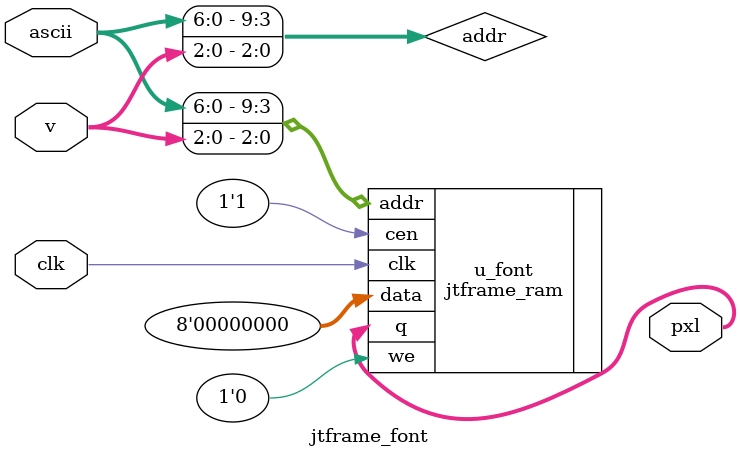
<source format=v>
/*  This file is part of JTFRAME.
    JTFRAME program is free software: you can redistribute it and/or modify
    it under the terms of the GNU General Public License as published by
    the Free Software Foundation, either version 3 of the License, or
    (at your option) any later version.

    JTFRAME program is distributed in the hope that it will be useful,
    but WITHOUT ANY WARRANTY; without even the implied warranty of
    MERCHANTABILITY or FITNESS FOR A PARTICULAR PURPOSE.  See the
    GNU General Public License for more details.

    You should have received a copy of the GNU General Public License
    along with JTFRAME.  If not, see <http://www.gnu.org/licenses/>.

    Author: Jose Tejada Gomez. Twitter: @topapate
    Version: 1.0
    Date: 25-1-2025 */

module jtframe_font(
    input        clk,
    input  [6:0] ascii,
    input  [2:0] v,
    output [7:0] pxl
);

wire [9:0] addr = {ascii,v};

jtframe_ram #(.AW(10),.SYNFILE("font0.hex")) u_font(
    .clk    ( clk       ),
    .cen    ( 1'b1      ),
    .data   ( 8'd0      ),
    .addr   ( addr      ),
    .we     ( 1'b0      ),
    .q      ( pxl       )
);

endmodule
</source>
